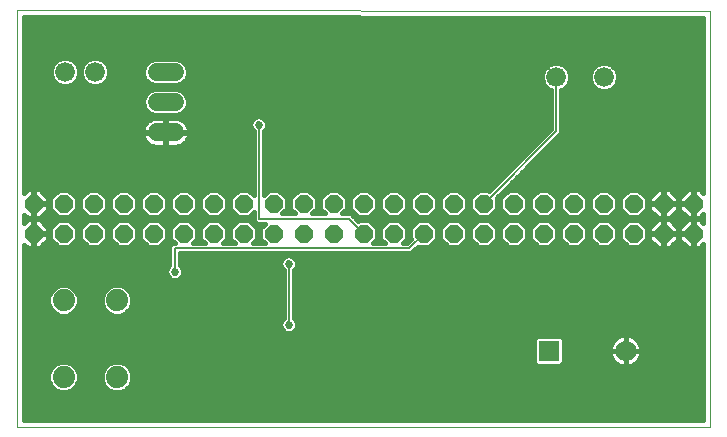
<source format=gbl>
G75*
%MOIN*%
%OFA0B0*%
%FSLAX25Y25*%
%IPPOS*%
%LPD*%
%AMOC8*
5,1,8,0,0,1.08239X$1,22.5*
%
%ADD10C,0.00000*%
%ADD11C,0.06600*%
%ADD12C,0.07400*%
%ADD13R,0.07000X0.07000*%
%ADD14C,0.07000*%
%ADD15OC8,0.06000*%
%ADD16C,0.06000*%
%ADD17C,0.00600*%
%ADD18C,0.02700*%
%ADD19C,0.01600*%
D10*
X0021800Y0021800D02*
X0021800Y0160501D01*
X0252745Y0160343D01*
X0252745Y0021800D01*
X0021800Y0021800D01*
D11*
X0037706Y0139989D03*
X0047706Y0139989D03*
X0201485Y0138217D03*
X0217233Y0138217D03*
D12*
X0054991Y0063891D03*
X0037191Y0063891D03*
X0037191Y0038291D03*
X0054991Y0038291D03*
D13*
X0198965Y0047036D03*
D14*
X0224556Y0047036D03*
D15*
X0227233Y0086131D03*
X0217233Y0086131D03*
X0207233Y0086131D03*
X0197233Y0086131D03*
X0187233Y0086131D03*
X0177233Y0086131D03*
X0167233Y0086131D03*
X0157233Y0086131D03*
X0147233Y0086131D03*
X0137233Y0086131D03*
X0127233Y0086131D03*
X0117233Y0086131D03*
X0107233Y0086131D03*
X0097233Y0086131D03*
X0087233Y0086131D03*
X0077233Y0086131D03*
X0067233Y0086131D03*
X0057233Y0086131D03*
X0047233Y0086131D03*
X0037233Y0086131D03*
X0027233Y0086131D03*
X0027233Y0096131D03*
X0037233Y0096131D03*
X0047233Y0096131D03*
X0057233Y0096131D03*
X0067233Y0096131D03*
X0077233Y0096131D03*
X0087233Y0096131D03*
X0097233Y0096131D03*
X0107233Y0096131D03*
X0117233Y0096131D03*
X0127233Y0096131D03*
X0137233Y0096131D03*
X0147233Y0096131D03*
X0157233Y0096131D03*
X0167233Y0096131D03*
X0177233Y0096131D03*
X0187233Y0096131D03*
X0197233Y0096131D03*
X0207233Y0096131D03*
X0217233Y0096131D03*
X0227233Y0096131D03*
X0237233Y0096131D03*
X0247233Y0096131D03*
X0247233Y0086131D03*
X0237233Y0086131D03*
D16*
X0074209Y0119910D02*
X0068209Y0119910D01*
X0068209Y0129910D02*
X0074209Y0129910D01*
X0074209Y0139910D02*
X0068209Y0139910D01*
D17*
X0102233Y0122469D02*
X0102233Y0091131D01*
X0132233Y0091131D01*
X0137233Y0086131D01*
X0152312Y0081209D02*
X0074202Y0081209D01*
X0074202Y0073454D01*
X0112233Y0076131D02*
X0112233Y0055816D01*
X0152312Y0081209D02*
X0157233Y0086131D01*
X0177233Y0096131D02*
X0201485Y0120383D01*
X0201485Y0138217D01*
D18*
X0112233Y0076131D03*
X0112233Y0055816D03*
X0074202Y0073454D03*
X0102233Y0122469D03*
D19*
X0099483Y0122506D02*
X0078256Y0122506D01*
X0078315Y0122426D02*
X0077871Y0123037D01*
X0077336Y0123571D01*
X0076725Y0124016D01*
X0076052Y0124359D01*
X0075333Y0124592D01*
X0074587Y0124710D01*
X0071409Y0124710D01*
X0071409Y0120110D01*
X0071009Y0120110D01*
X0071009Y0119710D01*
X0063409Y0119710D01*
X0063409Y0119532D01*
X0063528Y0118786D01*
X0063761Y0118068D01*
X0064104Y0117394D01*
X0064548Y0116783D01*
X0065082Y0116249D01*
X0065694Y0115805D01*
X0066367Y0115462D01*
X0067085Y0115228D01*
X0067832Y0115110D01*
X0071009Y0115110D01*
X0071009Y0119710D01*
X0071409Y0119710D01*
X0071409Y0115110D01*
X0074587Y0115110D01*
X0075333Y0115228D01*
X0076052Y0115462D01*
X0076725Y0115805D01*
X0077336Y0116249D01*
X0077871Y0116783D01*
X0078315Y0117394D01*
X0078658Y0118068D01*
X0078891Y0118786D01*
X0079009Y0119532D01*
X0079009Y0119710D01*
X0071410Y0119710D01*
X0071410Y0120110D01*
X0079009Y0120110D01*
X0079009Y0120288D01*
X0078891Y0121034D01*
X0078658Y0121753D01*
X0078315Y0122426D01*
X0078911Y0120908D02*
X0099906Y0120908D01*
X0099902Y0120912D02*
X0100533Y0120280D01*
X0100533Y0099053D01*
X0099056Y0100531D01*
X0095411Y0100531D01*
X0092833Y0097953D01*
X0092833Y0094308D01*
X0095411Y0091731D01*
X0099056Y0091731D01*
X0100533Y0093208D01*
X0100533Y0090427D01*
X0101529Y0089431D01*
X0104311Y0089431D01*
X0102833Y0087953D01*
X0102833Y0084308D01*
X0104232Y0082909D01*
X0100234Y0082909D01*
X0101633Y0084308D01*
X0101633Y0087953D01*
X0099056Y0090531D01*
X0095411Y0090531D01*
X0092833Y0087953D01*
X0092833Y0084308D01*
X0094232Y0082909D01*
X0090234Y0082909D01*
X0091633Y0084308D01*
X0091633Y0087953D01*
X0089056Y0090531D01*
X0085411Y0090531D01*
X0082833Y0087953D01*
X0082833Y0084308D01*
X0084232Y0082909D01*
X0080234Y0082909D01*
X0081633Y0084308D01*
X0081633Y0087953D01*
X0079056Y0090531D01*
X0075411Y0090531D01*
X0072833Y0087953D01*
X0072833Y0084308D01*
X0074232Y0082909D01*
X0073497Y0082909D01*
X0072502Y0081914D01*
X0072502Y0075643D01*
X0071870Y0075011D01*
X0071452Y0074001D01*
X0071452Y0072907D01*
X0071870Y0071896D01*
X0072644Y0071122D01*
X0073655Y0070704D01*
X0074749Y0070704D01*
X0075759Y0071122D01*
X0076533Y0071896D01*
X0076952Y0072907D01*
X0076952Y0074001D01*
X0076533Y0075011D01*
X0075902Y0075643D01*
X0075902Y0079509D01*
X0153016Y0079509D01*
X0154012Y0080505D01*
X0155324Y0081817D01*
X0155411Y0081731D01*
X0159056Y0081731D01*
X0161633Y0084308D01*
X0161633Y0087953D01*
X0159056Y0090531D01*
X0155411Y0090531D01*
X0152833Y0087953D01*
X0152833Y0084308D01*
X0152920Y0084222D01*
X0151608Y0082909D01*
X0150234Y0082909D01*
X0151633Y0084308D01*
X0151633Y0087953D01*
X0149056Y0090531D01*
X0145411Y0090531D01*
X0142833Y0087953D01*
X0142833Y0084308D01*
X0144232Y0082909D01*
X0140234Y0082909D01*
X0141633Y0084308D01*
X0141633Y0087953D01*
X0139056Y0090531D01*
X0135411Y0090531D01*
X0135324Y0090444D01*
X0133933Y0091835D01*
X0132937Y0092831D01*
X0130156Y0092831D01*
X0131633Y0094308D01*
X0131633Y0097953D01*
X0129056Y0100531D01*
X0125411Y0100531D01*
X0122833Y0097953D01*
X0122833Y0094308D01*
X0124311Y0092831D01*
X0120156Y0092831D01*
X0121633Y0094308D01*
X0121633Y0097953D01*
X0119056Y0100531D01*
X0115411Y0100531D01*
X0112833Y0097953D01*
X0112833Y0094308D01*
X0114311Y0092831D01*
X0110156Y0092831D01*
X0111633Y0094308D01*
X0111633Y0097953D01*
X0109056Y0100531D01*
X0105411Y0100531D01*
X0103933Y0099053D01*
X0103933Y0120280D01*
X0104564Y0120912D01*
X0104983Y0121922D01*
X0104983Y0123016D01*
X0104564Y0124027D01*
X0103791Y0124801D01*
X0102780Y0125219D01*
X0101686Y0125219D01*
X0100675Y0124801D01*
X0099902Y0124027D01*
X0099483Y0123016D01*
X0099483Y0121922D01*
X0099902Y0120912D01*
X0100533Y0119309D02*
X0078974Y0119309D01*
X0078476Y0117711D02*
X0100533Y0117711D01*
X0100533Y0116112D02*
X0077148Y0116112D01*
X0071409Y0116112D02*
X0071009Y0116112D01*
X0071009Y0117711D02*
X0071409Y0117711D01*
X0071409Y0119309D02*
X0071009Y0119309D01*
X0071009Y0120110D02*
X0063409Y0120110D01*
X0063409Y0120288D01*
X0063528Y0121034D01*
X0063761Y0121753D01*
X0064104Y0122426D01*
X0064548Y0123037D01*
X0065082Y0123571D01*
X0065694Y0124016D01*
X0066367Y0124359D01*
X0067085Y0124592D01*
X0067832Y0124710D01*
X0071009Y0124710D01*
X0071009Y0120110D01*
X0071009Y0120908D02*
X0071409Y0120908D01*
X0071409Y0122506D02*
X0071009Y0122506D01*
X0071009Y0124105D02*
X0071409Y0124105D01*
X0075085Y0125510D02*
X0067334Y0125510D01*
X0065717Y0126180D01*
X0064479Y0127418D01*
X0063809Y0129035D01*
X0063809Y0130785D01*
X0064479Y0132403D01*
X0065717Y0133640D01*
X0067334Y0134310D01*
X0075085Y0134310D01*
X0076702Y0133640D01*
X0077940Y0132403D01*
X0078609Y0130785D01*
X0078609Y0129035D01*
X0077940Y0127418D01*
X0076702Y0126180D01*
X0075085Y0125510D01*
X0075551Y0125703D02*
X0199785Y0125703D01*
X0199785Y0124105D02*
X0104487Y0124105D01*
X0104983Y0122506D02*
X0199785Y0122506D01*
X0199785Y0121087D02*
X0179142Y0100444D01*
X0179056Y0100531D01*
X0175411Y0100531D01*
X0172833Y0097953D01*
X0172833Y0094308D01*
X0175411Y0091731D01*
X0179056Y0091731D01*
X0181633Y0094308D01*
X0181633Y0097953D01*
X0181546Y0098040D01*
X0203185Y0119679D01*
X0203185Y0133834D01*
X0204147Y0134233D01*
X0205470Y0135555D01*
X0206185Y0137282D01*
X0206185Y0139152D01*
X0205470Y0140880D01*
X0204147Y0142202D01*
X0202420Y0142917D01*
X0200550Y0142917D01*
X0198823Y0142202D01*
X0197501Y0140880D01*
X0196785Y0139152D01*
X0196785Y0137282D01*
X0197501Y0135555D01*
X0198823Y0134233D01*
X0199785Y0133834D01*
X0199785Y0121087D01*
X0199606Y0120908D02*
X0104561Y0120908D01*
X0103933Y0119309D02*
X0198007Y0119309D01*
X0196409Y0117711D02*
X0103933Y0117711D01*
X0103933Y0116112D02*
X0194810Y0116112D01*
X0193212Y0114514D02*
X0103933Y0114514D01*
X0103933Y0112915D02*
X0191613Y0112915D01*
X0190015Y0111317D02*
X0103933Y0111317D01*
X0103933Y0109718D02*
X0188416Y0109718D01*
X0186818Y0108120D02*
X0103933Y0108120D01*
X0103933Y0106521D02*
X0185219Y0106521D01*
X0183621Y0104923D02*
X0103933Y0104923D01*
X0103933Y0103324D02*
X0182022Y0103324D01*
X0180424Y0101726D02*
X0103933Y0101726D01*
X0103933Y0100127D02*
X0105007Y0100127D01*
X0100533Y0100127D02*
X0099459Y0100127D01*
X0100533Y0101726D02*
X0024100Y0101726D01*
X0025245Y0100931D02*
X0024100Y0099786D01*
X0024100Y0158199D01*
X0250445Y0158045D01*
X0250445Y0099707D01*
X0249221Y0100931D01*
X0247433Y0100931D01*
X0247433Y0096331D01*
X0247033Y0096331D01*
X0247033Y0100931D01*
X0245245Y0100931D01*
X0242433Y0098119D01*
X0242433Y0096331D01*
X0247033Y0096331D01*
X0247033Y0095931D01*
X0242433Y0095931D01*
X0242433Y0094142D01*
X0245245Y0091331D01*
X0247033Y0091331D01*
X0247033Y0095931D01*
X0247433Y0095931D01*
X0247433Y0091331D01*
X0249221Y0091331D01*
X0250445Y0092554D01*
X0250445Y0089707D01*
X0249221Y0090931D01*
X0247433Y0090931D01*
X0247433Y0086331D01*
X0247033Y0086331D01*
X0247033Y0090931D01*
X0245245Y0090931D01*
X0242433Y0088119D01*
X0242433Y0086331D01*
X0247033Y0086331D01*
X0247033Y0085931D01*
X0242433Y0085931D01*
X0242433Y0084142D01*
X0245245Y0081331D01*
X0247033Y0081331D01*
X0247033Y0085931D01*
X0247433Y0085931D01*
X0247433Y0081331D01*
X0249221Y0081331D01*
X0250445Y0082554D01*
X0250445Y0024100D01*
X0024100Y0024100D01*
X0024100Y0082476D01*
X0025245Y0081331D01*
X0027033Y0081331D01*
X0027033Y0085931D01*
X0027433Y0085931D01*
X0027433Y0086331D01*
X0027033Y0086331D01*
X0027033Y0090931D01*
X0025245Y0090931D01*
X0024100Y0089786D01*
X0024100Y0092476D01*
X0025245Y0091331D01*
X0027033Y0091331D01*
X0027033Y0095931D01*
X0027433Y0095931D01*
X0027433Y0096331D01*
X0027033Y0096331D01*
X0027033Y0100931D01*
X0025245Y0100931D01*
X0024441Y0100127D02*
X0024100Y0100127D01*
X0027033Y0100127D02*
X0027433Y0100127D01*
X0027433Y0100931D02*
X0027433Y0096331D01*
X0032033Y0096331D01*
X0032033Y0098119D01*
X0029221Y0100931D01*
X0027433Y0100931D01*
X0027433Y0098529D02*
X0027033Y0098529D01*
X0027033Y0096930D02*
X0027433Y0096930D01*
X0027433Y0095931D02*
X0032033Y0095931D01*
X0032033Y0094142D01*
X0029221Y0091331D01*
X0027433Y0091331D01*
X0027433Y0095931D01*
X0027433Y0095332D02*
X0027033Y0095332D01*
X0027033Y0093733D02*
X0027433Y0093733D01*
X0027433Y0092134D02*
X0027033Y0092134D01*
X0027433Y0090931D02*
X0027433Y0086331D01*
X0032033Y0086331D01*
X0032033Y0088119D01*
X0029221Y0090931D01*
X0027433Y0090931D01*
X0027433Y0090536D02*
X0027033Y0090536D01*
X0027033Y0088937D02*
X0027433Y0088937D01*
X0027433Y0087339D02*
X0027033Y0087339D01*
X0027433Y0085931D02*
X0032033Y0085931D01*
X0032033Y0084142D01*
X0032999Y0084142D01*
X0032833Y0084308D02*
X0035411Y0081731D01*
X0039056Y0081731D01*
X0041633Y0084308D01*
X0041633Y0087953D01*
X0039056Y0090531D01*
X0035411Y0090531D01*
X0032833Y0087953D01*
X0032833Y0084308D01*
X0032033Y0084142D02*
X0029221Y0081331D01*
X0027433Y0081331D01*
X0027433Y0085931D01*
X0027433Y0085740D02*
X0027033Y0085740D01*
X0027033Y0084142D02*
X0027433Y0084142D01*
X0027433Y0082543D02*
X0027033Y0082543D01*
X0024100Y0080945D02*
X0072502Y0080945D01*
X0072502Y0079346D02*
X0024100Y0079346D01*
X0024100Y0077748D02*
X0072502Y0077748D01*
X0072502Y0076149D02*
X0024100Y0076149D01*
X0024100Y0074551D02*
X0071680Y0074551D01*
X0071452Y0072952D02*
X0024100Y0072952D01*
X0024100Y0071354D02*
X0072412Y0071354D01*
X0075991Y0071354D02*
X0110533Y0071354D01*
X0110533Y0072952D02*
X0076952Y0072952D01*
X0076724Y0074551D02*
X0109924Y0074551D01*
X0109902Y0074573D02*
X0110533Y0073942D01*
X0110533Y0058005D01*
X0109902Y0057373D01*
X0109483Y0056363D01*
X0109483Y0055269D01*
X0109902Y0054258D01*
X0110675Y0053484D01*
X0111686Y0053066D01*
X0112780Y0053066D01*
X0113791Y0053484D01*
X0114564Y0054258D01*
X0114983Y0055269D01*
X0114983Y0056363D01*
X0114564Y0057373D01*
X0113933Y0058005D01*
X0113933Y0073942D01*
X0114564Y0074573D01*
X0114983Y0075584D01*
X0114983Y0076678D01*
X0114564Y0077688D01*
X0113791Y0078462D01*
X0112780Y0078881D01*
X0111686Y0078881D01*
X0110675Y0078462D01*
X0109902Y0077688D01*
X0109483Y0076678D01*
X0109483Y0075584D01*
X0109902Y0074573D01*
X0109483Y0076149D02*
X0075902Y0076149D01*
X0075902Y0077748D02*
X0109961Y0077748D01*
X0114505Y0077748D02*
X0250445Y0077748D01*
X0250445Y0079346D02*
X0075902Y0079346D01*
X0073131Y0082543D02*
X0069868Y0082543D01*
X0069056Y0081731D02*
X0071633Y0084308D01*
X0071633Y0087953D01*
X0069056Y0090531D01*
X0065411Y0090531D01*
X0062833Y0087953D01*
X0062833Y0084308D01*
X0065411Y0081731D01*
X0069056Y0081731D01*
X0071467Y0084142D02*
X0072999Y0084142D01*
X0072833Y0085740D02*
X0071633Y0085740D01*
X0071633Y0087339D02*
X0072833Y0087339D01*
X0073817Y0088937D02*
X0070649Y0088937D01*
X0069056Y0091731D02*
X0071633Y0094308D01*
X0071633Y0097953D01*
X0069056Y0100531D01*
X0065411Y0100531D01*
X0062833Y0097953D01*
X0062833Y0094308D01*
X0065411Y0091731D01*
X0069056Y0091731D01*
X0069459Y0092134D02*
X0075007Y0092134D01*
X0075411Y0091731D02*
X0072833Y0094308D01*
X0072833Y0097953D01*
X0075411Y0100531D01*
X0079056Y0100531D01*
X0081633Y0097953D01*
X0081633Y0094308D01*
X0079056Y0091731D01*
X0075411Y0091731D01*
X0079459Y0092134D02*
X0085007Y0092134D01*
X0085411Y0091731D02*
X0082833Y0094308D01*
X0082833Y0097953D01*
X0085411Y0100531D01*
X0089056Y0100531D01*
X0091633Y0097953D01*
X0091633Y0094308D01*
X0089056Y0091731D01*
X0085411Y0091731D01*
X0083817Y0088937D02*
X0080649Y0088937D01*
X0081633Y0087339D02*
X0082833Y0087339D01*
X0082833Y0085740D02*
X0081633Y0085740D01*
X0081467Y0084142D02*
X0082999Y0084142D01*
X0091467Y0084142D02*
X0092999Y0084142D01*
X0092833Y0085740D02*
X0091633Y0085740D01*
X0091633Y0087339D02*
X0092833Y0087339D01*
X0093817Y0088937D02*
X0090649Y0088937D01*
X0089459Y0092134D02*
X0095007Y0092134D01*
X0093408Y0093733D02*
X0091058Y0093733D01*
X0091633Y0095332D02*
X0092833Y0095332D01*
X0092833Y0096930D02*
X0091633Y0096930D01*
X0091058Y0098529D02*
X0093408Y0098529D01*
X0095007Y0100127D02*
X0089459Y0100127D01*
X0085007Y0100127D02*
X0079459Y0100127D01*
X0081058Y0098529D02*
X0083408Y0098529D01*
X0082833Y0096930D02*
X0081633Y0096930D01*
X0081633Y0095332D02*
X0082833Y0095332D01*
X0083408Y0093733D02*
X0081058Y0093733D01*
X0073408Y0093733D02*
X0071058Y0093733D01*
X0071633Y0095332D02*
X0072833Y0095332D01*
X0072833Y0096930D02*
X0071633Y0096930D01*
X0071058Y0098529D02*
X0073408Y0098529D01*
X0075007Y0100127D02*
X0069459Y0100127D01*
X0065007Y0100127D02*
X0059459Y0100127D01*
X0059056Y0100531D02*
X0055411Y0100531D01*
X0052833Y0097953D01*
X0052833Y0094308D01*
X0055411Y0091731D01*
X0059056Y0091731D01*
X0061633Y0094308D01*
X0061633Y0097953D01*
X0059056Y0100531D01*
X0061058Y0098529D02*
X0063408Y0098529D01*
X0062833Y0096930D02*
X0061633Y0096930D01*
X0061633Y0095332D02*
X0062833Y0095332D01*
X0063408Y0093733D02*
X0061058Y0093733D01*
X0059459Y0092134D02*
X0065007Y0092134D01*
X0063817Y0088937D02*
X0060649Y0088937D01*
X0061633Y0087953D02*
X0059056Y0090531D01*
X0055411Y0090531D01*
X0052833Y0087953D01*
X0052833Y0084308D01*
X0055411Y0081731D01*
X0059056Y0081731D01*
X0061633Y0084308D01*
X0061633Y0087953D01*
X0061633Y0087339D02*
X0062833Y0087339D01*
X0062833Y0085740D02*
X0061633Y0085740D01*
X0061467Y0084142D02*
X0062999Y0084142D01*
X0064598Y0082543D02*
X0059868Y0082543D01*
X0054598Y0082543D02*
X0049868Y0082543D01*
X0049056Y0081731D02*
X0051633Y0084308D01*
X0051633Y0087953D01*
X0049056Y0090531D01*
X0045411Y0090531D01*
X0042833Y0087953D01*
X0042833Y0084308D01*
X0045411Y0081731D01*
X0049056Y0081731D01*
X0051467Y0084142D02*
X0052999Y0084142D01*
X0052833Y0085740D02*
X0051633Y0085740D01*
X0051633Y0087339D02*
X0052833Y0087339D01*
X0053817Y0088937D02*
X0050649Y0088937D01*
X0049056Y0091731D02*
X0051633Y0094308D01*
X0051633Y0097953D01*
X0049056Y0100531D01*
X0045411Y0100531D01*
X0042833Y0097953D01*
X0042833Y0094308D01*
X0045411Y0091731D01*
X0049056Y0091731D01*
X0049459Y0092134D02*
X0055007Y0092134D01*
X0053408Y0093733D02*
X0051058Y0093733D01*
X0051633Y0095332D02*
X0052833Y0095332D01*
X0052833Y0096930D02*
X0051633Y0096930D01*
X0051058Y0098529D02*
X0053408Y0098529D01*
X0055007Y0100127D02*
X0049459Y0100127D01*
X0045007Y0100127D02*
X0039459Y0100127D01*
X0039056Y0100531D02*
X0035411Y0100531D01*
X0032833Y0097953D01*
X0032833Y0094308D01*
X0035411Y0091731D01*
X0039056Y0091731D01*
X0041633Y0094308D01*
X0041633Y0097953D01*
X0039056Y0100531D01*
X0041058Y0098529D02*
X0043408Y0098529D01*
X0042833Y0096930D02*
X0041633Y0096930D01*
X0041633Y0095332D02*
X0042833Y0095332D01*
X0043408Y0093733D02*
X0041058Y0093733D01*
X0039459Y0092134D02*
X0045007Y0092134D01*
X0043817Y0088937D02*
X0040649Y0088937D01*
X0041633Y0087339D02*
X0042833Y0087339D01*
X0042833Y0085740D02*
X0041633Y0085740D01*
X0041467Y0084142D02*
X0042999Y0084142D01*
X0044598Y0082543D02*
X0039868Y0082543D01*
X0034598Y0082543D02*
X0030434Y0082543D01*
X0032033Y0085740D02*
X0032833Y0085740D01*
X0032833Y0087339D02*
X0032033Y0087339D01*
X0031215Y0088937D02*
X0033817Y0088937D01*
X0035007Y0092134D02*
X0030025Y0092134D01*
X0029616Y0090536D02*
X0100533Y0090536D01*
X0100533Y0092134D02*
X0099459Y0092134D01*
X0100649Y0088937D02*
X0103817Y0088937D01*
X0102833Y0087339D02*
X0101633Y0087339D01*
X0101633Y0085740D02*
X0102833Y0085740D01*
X0102999Y0084142D02*
X0101467Y0084142D01*
X0114983Y0076149D02*
X0250445Y0076149D01*
X0250445Y0074551D02*
X0114542Y0074551D01*
X0113933Y0072952D02*
X0250445Y0072952D01*
X0250445Y0071354D02*
X0113933Y0071354D01*
X0113933Y0069755D02*
X0250445Y0069755D01*
X0250445Y0068157D02*
X0113933Y0068157D01*
X0113933Y0066558D02*
X0250445Y0066558D01*
X0250445Y0064960D02*
X0113933Y0064960D01*
X0113933Y0063361D02*
X0250445Y0063361D01*
X0250445Y0061763D02*
X0113933Y0061763D01*
X0113933Y0060164D02*
X0250445Y0060164D01*
X0250445Y0058566D02*
X0113933Y0058566D01*
X0114733Y0056967D02*
X0250445Y0056967D01*
X0250445Y0055369D02*
X0114983Y0055369D01*
X0114077Y0053770D02*
X0250445Y0053770D01*
X0250445Y0052172D02*
X0225902Y0052172D01*
X0225797Y0052206D02*
X0224973Y0052336D01*
X0224556Y0052336D01*
X0224556Y0047036D01*
X0224556Y0041736D01*
X0224973Y0041736D01*
X0225797Y0041867D01*
X0226590Y0042125D01*
X0227334Y0042503D01*
X0228009Y0042994D01*
X0228599Y0043584D01*
X0229089Y0044258D01*
X0229468Y0045002D01*
X0229725Y0045795D01*
X0229856Y0046619D01*
X0229856Y0047036D01*
X0224556Y0047036D01*
X0224556Y0047036D01*
X0224556Y0047036D01*
X0224556Y0041736D01*
X0224139Y0041736D01*
X0223315Y0041867D01*
X0222521Y0042125D01*
X0221778Y0042503D01*
X0221103Y0042994D01*
X0220513Y0043584D01*
X0220023Y0044258D01*
X0219644Y0045002D01*
X0219386Y0045795D01*
X0219256Y0046619D01*
X0219256Y0047036D01*
X0224556Y0047036D01*
X0229856Y0047036D01*
X0229856Y0047453D01*
X0229725Y0048277D01*
X0229468Y0049071D01*
X0229089Y0049814D01*
X0228599Y0050489D01*
X0228009Y0051079D01*
X0227334Y0051569D01*
X0226590Y0051948D01*
X0225797Y0052206D01*
X0224556Y0052172D02*
X0224556Y0052172D01*
X0224556Y0052336D02*
X0224139Y0052336D01*
X0223315Y0052206D01*
X0222521Y0051948D01*
X0221778Y0051569D01*
X0221103Y0051079D01*
X0220513Y0050489D01*
X0220023Y0049814D01*
X0219644Y0049071D01*
X0219386Y0048277D01*
X0219256Y0047453D01*
X0219256Y0047036D01*
X0224556Y0047036D01*
X0224556Y0047036D01*
X0224556Y0047036D01*
X0224556Y0052336D01*
X0223210Y0052172D02*
X0024100Y0052172D01*
X0024100Y0053770D02*
X0110390Y0053770D01*
X0109483Y0055369D02*
X0024100Y0055369D01*
X0024100Y0056967D02*
X0109733Y0056967D01*
X0110533Y0058566D02*
X0024100Y0058566D01*
X0024100Y0060164D02*
X0033706Y0060164D01*
X0034302Y0059568D02*
X0036177Y0058791D01*
X0038206Y0058791D01*
X0040080Y0059568D01*
X0041515Y0061002D01*
X0042291Y0062877D01*
X0042291Y0064906D01*
X0041515Y0066780D01*
X0040080Y0068215D01*
X0038206Y0068991D01*
X0036177Y0068991D01*
X0034302Y0068215D01*
X0032868Y0066780D01*
X0032091Y0064906D01*
X0032091Y0062877D01*
X0032868Y0061002D01*
X0034302Y0059568D01*
X0032553Y0061763D02*
X0024100Y0061763D01*
X0024100Y0063361D02*
X0032091Y0063361D01*
X0032114Y0064960D02*
X0024100Y0064960D01*
X0024100Y0066558D02*
X0032776Y0066558D01*
X0034244Y0068157D02*
X0024100Y0068157D01*
X0024100Y0069755D02*
X0110533Y0069755D01*
X0110533Y0068157D02*
X0057938Y0068157D01*
X0057880Y0068215D02*
X0056006Y0068991D01*
X0053977Y0068991D01*
X0052102Y0068215D01*
X0050668Y0066780D01*
X0049891Y0064906D01*
X0049891Y0062877D01*
X0050668Y0061002D01*
X0052102Y0059568D01*
X0053977Y0058791D01*
X0056006Y0058791D01*
X0057880Y0059568D01*
X0059315Y0061002D01*
X0060091Y0062877D01*
X0060091Y0064906D01*
X0059315Y0066780D01*
X0057880Y0068215D01*
X0059407Y0066558D02*
X0110533Y0066558D01*
X0110533Y0064960D02*
X0060069Y0064960D01*
X0060091Y0063361D02*
X0110533Y0063361D01*
X0110533Y0061763D02*
X0059630Y0061763D01*
X0058477Y0060164D02*
X0110533Y0060164D01*
X0141467Y0084142D02*
X0142999Y0084142D01*
X0142833Y0085740D02*
X0141633Y0085740D01*
X0141633Y0087339D02*
X0142833Y0087339D01*
X0143817Y0088937D02*
X0140649Y0088937D01*
X0139056Y0091731D02*
X0141633Y0094308D01*
X0141633Y0097953D01*
X0139056Y0100531D01*
X0135411Y0100531D01*
X0132833Y0097953D01*
X0132833Y0094308D01*
X0135411Y0091731D01*
X0139056Y0091731D01*
X0139459Y0092134D02*
X0145007Y0092134D01*
X0145411Y0091731D02*
X0142833Y0094308D01*
X0142833Y0097953D01*
X0145411Y0100531D01*
X0149056Y0100531D01*
X0151633Y0097953D01*
X0151633Y0094308D01*
X0149056Y0091731D01*
X0145411Y0091731D01*
X0149459Y0092134D02*
X0155007Y0092134D01*
X0155411Y0091731D02*
X0152833Y0094308D01*
X0152833Y0097953D01*
X0155411Y0100531D01*
X0159056Y0100531D01*
X0161633Y0097953D01*
X0161633Y0094308D01*
X0159056Y0091731D01*
X0155411Y0091731D01*
X0153817Y0088937D02*
X0150649Y0088937D01*
X0151633Y0087339D02*
X0152833Y0087339D01*
X0152833Y0085740D02*
X0151633Y0085740D01*
X0151467Y0084142D02*
X0152840Y0084142D01*
X0154451Y0080945D02*
X0250445Y0080945D01*
X0250434Y0082543D02*
X0250445Y0082543D01*
X0247433Y0082543D02*
X0247033Y0082543D01*
X0247033Y0084142D02*
X0247433Y0084142D01*
X0247433Y0085740D02*
X0247033Y0085740D01*
X0247033Y0087339D02*
X0247433Y0087339D01*
X0247433Y0088937D02*
X0247033Y0088937D01*
X0247033Y0090536D02*
X0247433Y0090536D01*
X0247433Y0092134D02*
X0247033Y0092134D01*
X0247033Y0093733D02*
X0247433Y0093733D01*
X0247433Y0095332D02*
X0247033Y0095332D01*
X0247033Y0096930D02*
X0247433Y0096930D01*
X0247433Y0098529D02*
X0247033Y0098529D01*
X0247033Y0100127D02*
X0247433Y0100127D01*
X0250025Y0100127D02*
X0250445Y0100127D01*
X0250445Y0101726D02*
X0185232Y0101726D01*
X0185411Y0100531D02*
X0182833Y0097953D01*
X0182833Y0094308D01*
X0185411Y0091731D01*
X0189056Y0091731D01*
X0191633Y0094308D01*
X0191633Y0097953D01*
X0189056Y0100531D01*
X0185411Y0100531D01*
X0185007Y0100127D02*
X0183634Y0100127D01*
X0183408Y0098529D02*
X0182035Y0098529D01*
X0181633Y0096930D02*
X0182833Y0096930D01*
X0182833Y0095332D02*
X0181633Y0095332D01*
X0181058Y0093733D02*
X0183408Y0093733D01*
X0185007Y0092134D02*
X0179459Y0092134D01*
X0179056Y0090531D02*
X0175411Y0090531D01*
X0172833Y0087953D01*
X0172833Y0084308D01*
X0175411Y0081731D01*
X0179056Y0081731D01*
X0181633Y0084308D01*
X0181633Y0087953D01*
X0179056Y0090531D01*
X0180649Y0088937D02*
X0183817Y0088937D01*
X0182833Y0087953D02*
X0182833Y0084308D01*
X0185411Y0081731D01*
X0189056Y0081731D01*
X0191633Y0084308D01*
X0191633Y0087953D01*
X0189056Y0090531D01*
X0185411Y0090531D01*
X0182833Y0087953D01*
X0182833Y0087339D02*
X0181633Y0087339D01*
X0181633Y0085740D02*
X0182833Y0085740D01*
X0182999Y0084142D02*
X0181467Y0084142D01*
X0179868Y0082543D02*
X0184598Y0082543D01*
X0189868Y0082543D02*
X0194598Y0082543D01*
X0195411Y0081731D02*
X0192833Y0084308D01*
X0192833Y0087953D01*
X0195411Y0090531D01*
X0199056Y0090531D01*
X0201633Y0087953D01*
X0201633Y0084308D01*
X0199056Y0081731D01*
X0195411Y0081731D01*
X0192999Y0084142D02*
X0191467Y0084142D01*
X0191633Y0085740D02*
X0192833Y0085740D01*
X0192833Y0087339D02*
X0191633Y0087339D01*
X0190649Y0088937D02*
X0193817Y0088937D01*
X0195411Y0091731D02*
X0199056Y0091731D01*
X0201633Y0094308D01*
X0201633Y0097953D01*
X0199056Y0100531D01*
X0195411Y0100531D01*
X0192833Y0097953D01*
X0192833Y0094308D01*
X0195411Y0091731D01*
X0195007Y0092134D02*
X0189459Y0092134D01*
X0191058Y0093733D02*
X0193408Y0093733D01*
X0192833Y0095332D02*
X0191633Y0095332D01*
X0191633Y0096930D02*
X0192833Y0096930D01*
X0193408Y0098529D02*
X0191058Y0098529D01*
X0189459Y0100127D02*
X0195007Y0100127D01*
X0199459Y0100127D02*
X0205007Y0100127D01*
X0205411Y0100531D02*
X0202833Y0097953D01*
X0202833Y0094308D01*
X0205411Y0091731D01*
X0209056Y0091731D01*
X0211633Y0094308D01*
X0211633Y0097953D01*
X0209056Y0100531D01*
X0205411Y0100531D01*
X0203408Y0098529D02*
X0201058Y0098529D01*
X0201633Y0096930D02*
X0202833Y0096930D01*
X0202833Y0095332D02*
X0201633Y0095332D01*
X0201058Y0093733D02*
X0203408Y0093733D01*
X0205007Y0092134D02*
X0199459Y0092134D01*
X0200649Y0088937D02*
X0203817Y0088937D01*
X0202833Y0087953D02*
X0202833Y0084308D01*
X0205411Y0081731D01*
X0209056Y0081731D01*
X0211633Y0084308D01*
X0211633Y0087953D01*
X0209056Y0090531D01*
X0205411Y0090531D01*
X0202833Y0087953D01*
X0202833Y0087339D02*
X0201633Y0087339D01*
X0201633Y0085740D02*
X0202833Y0085740D01*
X0202999Y0084142D02*
X0201467Y0084142D01*
X0199868Y0082543D02*
X0204598Y0082543D01*
X0209868Y0082543D02*
X0214598Y0082543D01*
X0215411Y0081731D02*
X0219056Y0081731D01*
X0221633Y0084308D01*
X0221633Y0087953D01*
X0219056Y0090531D01*
X0215411Y0090531D01*
X0212833Y0087953D01*
X0212833Y0084308D01*
X0215411Y0081731D01*
X0212999Y0084142D02*
X0211467Y0084142D01*
X0211633Y0085740D02*
X0212833Y0085740D01*
X0212833Y0087339D02*
X0211633Y0087339D01*
X0210649Y0088937D02*
X0213817Y0088937D01*
X0215411Y0091731D02*
X0219056Y0091731D01*
X0221633Y0094308D01*
X0221633Y0097953D01*
X0219056Y0100531D01*
X0215411Y0100531D01*
X0212833Y0097953D01*
X0212833Y0094308D01*
X0215411Y0091731D01*
X0215007Y0092134D02*
X0209459Y0092134D01*
X0211058Y0093733D02*
X0213408Y0093733D01*
X0212833Y0095332D02*
X0211633Y0095332D01*
X0211633Y0096930D02*
X0212833Y0096930D01*
X0213408Y0098529D02*
X0211058Y0098529D01*
X0209459Y0100127D02*
X0215007Y0100127D01*
X0219459Y0100127D02*
X0225007Y0100127D01*
X0225411Y0100531D02*
X0222833Y0097953D01*
X0222833Y0094308D01*
X0225411Y0091731D01*
X0229056Y0091731D01*
X0231633Y0094308D01*
X0231633Y0097953D01*
X0229056Y0100531D01*
X0225411Y0100531D01*
X0223408Y0098529D02*
X0221058Y0098529D01*
X0221633Y0096930D02*
X0222833Y0096930D01*
X0222833Y0095332D02*
X0221633Y0095332D01*
X0221058Y0093733D02*
X0223408Y0093733D01*
X0225007Y0092134D02*
X0219459Y0092134D01*
X0220649Y0088937D02*
X0223817Y0088937D01*
X0222833Y0087953D02*
X0222833Y0084308D01*
X0225411Y0081731D01*
X0229056Y0081731D01*
X0231633Y0084308D01*
X0231633Y0087953D01*
X0229056Y0090531D01*
X0225411Y0090531D01*
X0222833Y0087953D01*
X0222833Y0087339D02*
X0221633Y0087339D01*
X0221633Y0085740D02*
X0222833Y0085740D01*
X0222999Y0084142D02*
X0221467Y0084142D01*
X0219868Y0082543D02*
X0224598Y0082543D01*
X0229868Y0082543D02*
X0234032Y0082543D01*
X0235245Y0081331D02*
X0237033Y0081331D01*
X0237033Y0085931D01*
X0232433Y0085931D01*
X0232433Y0084142D01*
X0235245Y0081331D01*
X0237033Y0082543D02*
X0237433Y0082543D01*
X0237433Y0081331D02*
X0239221Y0081331D01*
X0242033Y0084142D01*
X0242434Y0084142D01*
X0242033Y0084142D02*
X0242033Y0085931D01*
X0237433Y0085931D01*
X0237433Y0086331D01*
X0237033Y0086331D01*
X0237033Y0090931D01*
X0235245Y0090931D01*
X0232433Y0088119D01*
X0232433Y0086331D01*
X0237033Y0086331D01*
X0237033Y0085931D01*
X0237433Y0085931D01*
X0237433Y0081331D01*
X0237433Y0084142D02*
X0237033Y0084142D01*
X0237033Y0085740D02*
X0237433Y0085740D01*
X0237433Y0086331D02*
X0242033Y0086331D01*
X0242033Y0088119D01*
X0239221Y0090931D01*
X0237433Y0090931D01*
X0237433Y0086331D01*
X0237433Y0087339D02*
X0237033Y0087339D01*
X0237033Y0088937D02*
X0237433Y0088937D01*
X0237433Y0090536D02*
X0237033Y0090536D01*
X0237033Y0091331D02*
X0237033Y0095931D01*
X0232433Y0095931D01*
X0232433Y0094142D01*
X0235245Y0091331D01*
X0237033Y0091331D01*
X0237433Y0091331D02*
X0239221Y0091331D01*
X0242033Y0094142D01*
X0242033Y0095931D01*
X0237433Y0095931D01*
X0237433Y0096331D01*
X0237033Y0096331D01*
X0237033Y0100931D01*
X0235245Y0100931D01*
X0232433Y0098119D01*
X0232433Y0096331D01*
X0237033Y0096331D01*
X0237033Y0095931D01*
X0237433Y0095931D01*
X0237433Y0091331D01*
X0237433Y0092134D02*
X0237033Y0092134D01*
X0237033Y0093733D02*
X0237433Y0093733D01*
X0237433Y0095332D02*
X0237033Y0095332D01*
X0237433Y0096331D02*
X0242033Y0096331D01*
X0242033Y0098119D01*
X0239221Y0100931D01*
X0237433Y0100931D01*
X0237433Y0096331D01*
X0237433Y0096930D02*
X0237033Y0096930D01*
X0237033Y0098529D02*
X0237433Y0098529D01*
X0237433Y0100127D02*
X0237033Y0100127D01*
X0234441Y0100127D02*
X0229459Y0100127D01*
X0231058Y0098529D02*
X0232843Y0098529D01*
X0232433Y0096930D02*
X0231633Y0096930D01*
X0231633Y0095332D02*
X0232433Y0095332D01*
X0232843Y0093733D02*
X0231058Y0093733D01*
X0229459Y0092134D02*
X0234441Y0092134D01*
X0234850Y0090536D02*
X0135232Y0090536D01*
X0135007Y0092134D02*
X0133633Y0092134D01*
X0133408Y0093733D02*
X0131058Y0093733D01*
X0131633Y0095332D02*
X0132833Y0095332D01*
X0132833Y0096930D02*
X0131633Y0096930D01*
X0131058Y0098529D02*
X0133408Y0098529D01*
X0135007Y0100127D02*
X0129459Y0100127D01*
X0125007Y0100127D02*
X0119459Y0100127D01*
X0121058Y0098529D02*
X0123408Y0098529D01*
X0122833Y0096930D02*
X0121633Y0096930D01*
X0121633Y0095332D02*
X0122833Y0095332D01*
X0123408Y0093733D02*
X0121058Y0093733D01*
X0113408Y0093733D02*
X0111058Y0093733D01*
X0111633Y0095332D02*
X0112833Y0095332D01*
X0112833Y0096930D02*
X0111633Y0096930D01*
X0111058Y0098529D02*
X0113408Y0098529D01*
X0115007Y0100127D02*
X0109459Y0100127D01*
X0100533Y0103324D02*
X0024100Y0103324D01*
X0024100Y0104923D02*
X0100533Y0104923D01*
X0100533Y0106521D02*
X0024100Y0106521D01*
X0024100Y0108120D02*
X0100533Y0108120D01*
X0100533Y0109718D02*
X0024100Y0109718D01*
X0024100Y0111317D02*
X0100533Y0111317D01*
X0100533Y0112915D02*
X0024100Y0112915D01*
X0024100Y0114514D02*
X0100533Y0114514D01*
X0099979Y0124105D02*
X0076550Y0124105D01*
X0077823Y0127302D02*
X0199785Y0127302D01*
X0199785Y0128900D02*
X0078554Y0128900D01*
X0078609Y0130499D02*
X0199785Y0130499D01*
X0199785Y0132097D02*
X0078066Y0132097D01*
X0076568Y0133696D02*
X0199785Y0133696D01*
X0197761Y0135294D02*
X0048653Y0135294D01*
X0048640Y0135289D02*
X0050368Y0136005D01*
X0051690Y0137327D01*
X0052405Y0139054D01*
X0052405Y0140924D01*
X0051690Y0142651D01*
X0050368Y0143973D01*
X0048640Y0144689D01*
X0046771Y0144689D01*
X0045043Y0143973D01*
X0043721Y0142651D01*
X0043006Y0140924D01*
X0043006Y0139054D01*
X0043721Y0137327D01*
X0045043Y0136005D01*
X0046771Y0135289D01*
X0048640Y0135289D01*
X0046758Y0135294D02*
X0038653Y0135294D01*
X0038640Y0135289D02*
X0040368Y0136005D01*
X0041690Y0137327D01*
X0042405Y0139054D01*
X0042405Y0140924D01*
X0041690Y0142651D01*
X0040368Y0143973D01*
X0038640Y0144689D01*
X0036771Y0144689D01*
X0035043Y0143973D01*
X0033721Y0142651D01*
X0033006Y0140924D01*
X0033006Y0139054D01*
X0033721Y0137327D01*
X0035043Y0136005D01*
X0036771Y0135289D01*
X0038640Y0135289D01*
X0036758Y0135294D02*
X0024100Y0135294D01*
X0024100Y0133696D02*
X0065851Y0133696D01*
X0064353Y0132097D02*
X0024100Y0132097D01*
X0024100Y0130499D02*
X0063809Y0130499D01*
X0063865Y0128900D02*
X0024100Y0128900D01*
X0024100Y0127302D02*
X0064595Y0127302D01*
X0066868Y0125703D02*
X0024100Y0125703D01*
X0024100Y0124105D02*
X0065869Y0124105D01*
X0064162Y0122506D02*
X0024100Y0122506D01*
X0024100Y0120908D02*
X0063508Y0120908D01*
X0063445Y0119309D02*
X0024100Y0119309D01*
X0024100Y0117711D02*
X0063943Y0117711D01*
X0065271Y0116112D02*
X0024100Y0116112D01*
X0030025Y0100127D02*
X0035007Y0100127D01*
X0033408Y0098529D02*
X0031623Y0098529D01*
X0032033Y0096930D02*
X0032833Y0096930D01*
X0032833Y0095332D02*
X0032033Y0095332D01*
X0031624Y0093733D02*
X0033408Y0093733D01*
X0024441Y0092134D02*
X0024100Y0092134D01*
X0024100Y0090536D02*
X0024850Y0090536D01*
X0040138Y0068157D02*
X0052044Y0068157D01*
X0050576Y0066558D02*
X0041607Y0066558D01*
X0042269Y0064960D02*
X0049914Y0064960D01*
X0049891Y0063361D02*
X0042291Y0063361D01*
X0041830Y0061763D02*
X0050353Y0061763D01*
X0051506Y0060164D02*
X0040677Y0060164D01*
X0024100Y0050573D02*
X0194065Y0050573D01*
X0194065Y0051116D02*
X0194065Y0042956D01*
X0194885Y0042136D01*
X0203045Y0042136D01*
X0203865Y0042956D01*
X0203865Y0051116D01*
X0203045Y0051936D01*
X0194885Y0051936D01*
X0194065Y0051116D01*
X0194065Y0048975D02*
X0024100Y0048975D01*
X0024100Y0047376D02*
X0194065Y0047376D01*
X0194065Y0045778D02*
X0024100Y0045778D01*
X0024100Y0044179D02*
X0194065Y0044179D01*
X0194441Y0042581D02*
X0057915Y0042581D01*
X0057880Y0042615D02*
X0056006Y0043391D01*
X0053977Y0043391D01*
X0052102Y0042615D01*
X0050668Y0041180D01*
X0049891Y0039306D01*
X0049891Y0037277D01*
X0050668Y0035402D01*
X0052102Y0033968D01*
X0053977Y0033191D01*
X0056006Y0033191D01*
X0057880Y0033968D01*
X0059315Y0035402D01*
X0060091Y0037277D01*
X0060091Y0039306D01*
X0059315Y0041180D01*
X0057880Y0042615D01*
X0059397Y0040982D02*
X0250445Y0040982D01*
X0250445Y0039384D02*
X0060059Y0039384D01*
X0060091Y0037785D02*
X0250445Y0037785D01*
X0250445Y0036187D02*
X0059640Y0036187D01*
X0058501Y0034588D02*
X0250445Y0034588D01*
X0250445Y0032990D02*
X0024100Y0032990D01*
X0024100Y0034588D02*
X0033682Y0034588D01*
X0034302Y0033968D02*
X0036177Y0033191D01*
X0038206Y0033191D01*
X0040080Y0033968D01*
X0041515Y0035402D01*
X0042291Y0037277D01*
X0042291Y0039306D01*
X0041515Y0041180D01*
X0040080Y0042615D01*
X0038206Y0043391D01*
X0036177Y0043391D01*
X0034302Y0042615D01*
X0032868Y0041180D01*
X0032091Y0039306D01*
X0032091Y0037277D01*
X0032868Y0035402D01*
X0034302Y0033968D01*
X0032543Y0036187D02*
X0024100Y0036187D01*
X0024100Y0037785D02*
X0032091Y0037785D01*
X0032124Y0039384D02*
X0024100Y0039384D01*
X0024100Y0040982D02*
X0032786Y0040982D01*
X0034268Y0042581D02*
X0024100Y0042581D01*
X0024100Y0031391D02*
X0250445Y0031391D01*
X0250445Y0029793D02*
X0024100Y0029793D01*
X0024100Y0028194D02*
X0250445Y0028194D01*
X0250445Y0026596D02*
X0024100Y0026596D01*
X0024100Y0024997D02*
X0250445Y0024997D01*
X0250445Y0042581D02*
X0227440Y0042581D01*
X0229031Y0044179D02*
X0250445Y0044179D01*
X0250445Y0045778D02*
X0229720Y0045778D01*
X0229856Y0047376D02*
X0250445Y0047376D01*
X0250445Y0048975D02*
X0229499Y0048975D01*
X0228514Y0050573D02*
X0250445Y0050573D01*
X0224556Y0050573D02*
X0224556Y0050573D01*
X0224556Y0048975D02*
X0224556Y0048975D01*
X0224556Y0047376D02*
X0224556Y0047376D01*
X0224556Y0045778D02*
X0224556Y0045778D01*
X0224556Y0044179D02*
X0224556Y0044179D01*
X0224556Y0042581D02*
X0224556Y0042581D01*
X0221672Y0042581D02*
X0203490Y0042581D01*
X0203865Y0044179D02*
X0220080Y0044179D01*
X0219392Y0045778D02*
X0203865Y0045778D01*
X0203865Y0047376D02*
X0219256Y0047376D01*
X0219613Y0048975D02*
X0203865Y0048975D01*
X0203865Y0050573D02*
X0220598Y0050573D01*
X0240434Y0082543D02*
X0244032Y0082543D01*
X0242433Y0085740D02*
X0242033Y0085740D01*
X0242033Y0087339D02*
X0242433Y0087339D01*
X0243252Y0088937D02*
X0241215Y0088937D01*
X0239616Y0090536D02*
X0244850Y0090536D01*
X0244441Y0092134D02*
X0240025Y0092134D01*
X0241624Y0093733D02*
X0242843Y0093733D01*
X0242433Y0095332D02*
X0242033Y0095332D01*
X0242033Y0096930D02*
X0242433Y0096930D01*
X0242843Y0098529D02*
X0241623Y0098529D01*
X0240025Y0100127D02*
X0244441Y0100127D01*
X0250445Y0103324D02*
X0186831Y0103324D01*
X0188429Y0104923D02*
X0250445Y0104923D01*
X0250445Y0106521D02*
X0190028Y0106521D01*
X0191626Y0108120D02*
X0250445Y0108120D01*
X0250445Y0109718D02*
X0193225Y0109718D01*
X0194823Y0111317D02*
X0250445Y0111317D01*
X0250445Y0112915D02*
X0196422Y0112915D01*
X0198020Y0114514D02*
X0250445Y0114514D01*
X0250445Y0116112D02*
X0199619Y0116112D01*
X0201217Y0117711D02*
X0250445Y0117711D01*
X0250445Y0119309D02*
X0202816Y0119309D01*
X0203185Y0120908D02*
X0250445Y0120908D01*
X0250445Y0122506D02*
X0203185Y0122506D01*
X0203185Y0124105D02*
X0250445Y0124105D01*
X0250445Y0125703D02*
X0203185Y0125703D01*
X0203185Y0127302D02*
X0250445Y0127302D01*
X0250445Y0128900D02*
X0203185Y0128900D01*
X0203185Y0130499D02*
X0250445Y0130499D01*
X0250445Y0132097D02*
X0203185Y0132097D01*
X0203185Y0133696D02*
X0215867Y0133696D01*
X0216298Y0133517D02*
X0218168Y0133517D01*
X0219895Y0134233D01*
X0221218Y0135555D01*
X0221933Y0137282D01*
X0221933Y0139152D01*
X0221218Y0140880D01*
X0219895Y0142202D01*
X0218168Y0142917D01*
X0216298Y0142917D01*
X0214571Y0142202D01*
X0213249Y0140880D01*
X0212533Y0139152D01*
X0212533Y0137282D01*
X0213249Y0135555D01*
X0214571Y0134233D01*
X0216298Y0133517D01*
X0218599Y0133696D02*
X0250445Y0133696D01*
X0250445Y0135294D02*
X0220957Y0135294D01*
X0221772Y0136893D02*
X0250445Y0136893D01*
X0250445Y0138491D02*
X0221933Y0138491D01*
X0221545Y0140090D02*
X0250445Y0140090D01*
X0250445Y0141688D02*
X0220409Y0141688D01*
X0214057Y0141688D02*
X0204661Y0141688D01*
X0205797Y0140090D02*
X0212921Y0140090D01*
X0212533Y0138491D02*
X0206185Y0138491D01*
X0206024Y0136893D02*
X0212694Y0136893D01*
X0213509Y0135294D02*
X0205209Y0135294D01*
X0196946Y0136893D02*
X0077415Y0136893D01*
X0077940Y0137418D02*
X0078609Y0139035D01*
X0078609Y0140785D01*
X0077940Y0142403D01*
X0076702Y0143640D01*
X0075085Y0144310D01*
X0067334Y0144310D01*
X0065717Y0143640D01*
X0064479Y0142403D01*
X0063809Y0140785D01*
X0063809Y0139035D01*
X0064479Y0137418D01*
X0065717Y0136180D01*
X0067334Y0135510D01*
X0075085Y0135510D01*
X0076702Y0136180D01*
X0077940Y0137418D01*
X0078384Y0138491D02*
X0196785Y0138491D01*
X0197173Y0140090D02*
X0078609Y0140090D01*
X0078235Y0141688D02*
X0198309Y0141688D01*
X0250445Y0143287D02*
X0077055Y0143287D01*
X0065364Y0143287D02*
X0051054Y0143287D01*
X0052089Y0141688D02*
X0064183Y0141688D01*
X0063809Y0140090D02*
X0052405Y0140090D01*
X0052172Y0138491D02*
X0064035Y0138491D01*
X0065004Y0136893D02*
X0051256Y0136893D01*
X0044155Y0136893D02*
X0041256Y0136893D01*
X0042172Y0138491D02*
X0043239Y0138491D01*
X0043006Y0140090D02*
X0042405Y0140090D01*
X0042089Y0141688D02*
X0043322Y0141688D01*
X0044357Y0143287D02*
X0041054Y0143287D01*
X0034357Y0143287D02*
X0024100Y0143287D01*
X0024100Y0144885D02*
X0250445Y0144885D01*
X0250445Y0146484D02*
X0024100Y0146484D01*
X0024100Y0148082D02*
X0250445Y0148082D01*
X0250445Y0149681D02*
X0024100Y0149681D01*
X0024100Y0151279D02*
X0250445Y0151279D01*
X0250445Y0152878D02*
X0024100Y0152878D01*
X0024100Y0154476D02*
X0250445Y0154476D01*
X0250445Y0156075D02*
X0024100Y0156075D01*
X0024100Y0157673D02*
X0250445Y0157673D01*
X0175007Y0100127D02*
X0169459Y0100127D01*
X0169056Y0100531D02*
X0165411Y0100531D01*
X0162833Y0097953D01*
X0162833Y0094308D01*
X0165411Y0091731D01*
X0169056Y0091731D01*
X0171633Y0094308D01*
X0171633Y0097953D01*
X0169056Y0100531D01*
X0171058Y0098529D02*
X0173408Y0098529D01*
X0172833Y0096930D02*
X0171633Y0096930D01*
X0171633Y0095332D02*
X0172833Y0095332D01*
X0173408Y0093733D02*
X0171058Y0093733D01*
X0169459Y0092134D02*
X0175007Y0092134D01*
X0173817Y0088937D02*
X0170649Y0088937D01*
X0171633Y0087953D02*
X0169056Y0090531D01*
X0165411Y0090531D01*
X0162833Y0087953D01*
X0162833Y0084308D01*
X0165411Y0081731D01*
X0169056Y0081731D01*
X0171633Y0084308D01*
X0171633Y0087953D01*
X0171633Y0087339D02*
X0172833Y0087339D01*
X0172833Y0085740D02*
X0171633Y0085740D01*
X0171467Y0084142D02*
X0172999Y0084142D01*
X0174598Y0082543D02*
X0169868Y0082543D01*
X0164598Y0082543D02*
X0159868Y0082543D01*
X0161467Y0084142D02*
X0162999Y0084142D01*
X0162833Y0085740D02*
X0161633Y0085740D01*
X0161633Y0087339D02*
X0162833Y0087339D01*
X0163817Y0088937D02*
X0160649Y0088937D01*
X0159459Y0092134D02*
X0165007Y0092134D01*
X0163408Y0093733D02*
X0161058Y0093733D01*
X0161633Y0095332D02*
X0162833Y0095332D01*
X0162833Y0096930D02*
X0161633Y0096930D01*
X0161058Y0098529D02*
X0163408Y0098529D01*
X0165007Y0100127D02*
X0159459Y0100127D01*
X0155007Y0100127D02*
X0149459Y0100127D01*
X0151058Y0098529D02*
X0153408Y0098529D01*
X0152833Y0096930D02*
X0151633Y0096930D01*
X0151633Y0095332D02*
X0152833Y0095332D01*
X0153408Y0093733D02*
X0151058Y0093733D01*
X0143408Y0093733D02*
X0141058Y0093733D01*
X0141633Y0095332D02*
X0142833Y0095332D01*
X0142833Y0096930D02*
X0141633Y0096930D01*
X0141058Y0098529D02*
X0143408Y0098529D01*
X0145007Y0100127D02*
X0139459Y0100127D01*
X0230649Y0088937D02*
X0233252Y0088937D01*
X0232433Y0087339D02*
X0231633Y0087339D01*
X0231633Y0085740D02*
X0232433Y0085740D01*
X0232434Y0084142D02*
X0231467Y0084142D01*
X0249616Y0090536D02*
X0250445Y0090536D01*
X0250445Y0092134D02*
X0250025Y0092134D01*
X0052068Y0042581D02*
X0040115Y0042581D01*
X0041597Y0040982D02*
X0050586Y0040982D01*
X0049924Y0039384D02*
X0042259Y0039384D01*
X0042291Y0037785D02*
X0049891Y0037785D01*
X0050343Y0036187D02*
X0041840Y0036187D01*
X0040701Y0034588D02*
X0051482Y0034588D01*
X0034155Y0136893D02*
X0024100Y0136893D01*
X0024100Y0138491D02*
X0033239Y0138491D01*
X0033006Y0140090D02*
X0024100Y0140090D01*
X0024100Y0141688D02*
X0033322Y0141688D01*
M02*

</source>
